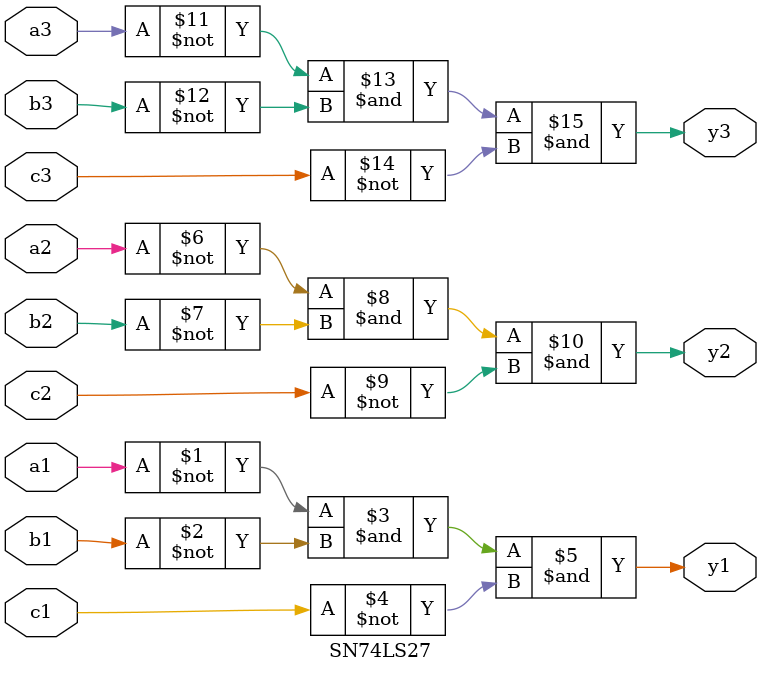
<source format=v>
`timescale 1ns / 1ps

module SN74LS27
(
    input wire a1,
    input wire b1, 
    input wire c1,
    output wire y1,
    
    input wire a2,
    input wire b2, 
    input wire c2,
    output wire y2,
    
    input wire a3,
    input wire b3, 
    input wire c3,
    output wire y3
);

assign y1 = ~a1 & ~b1 & ~c1;
assign y2 = ~a2 & ~b2 & ~c2;
assign y3 = ~a3 & ~b3 & ~c3;

endmodule

</source>
